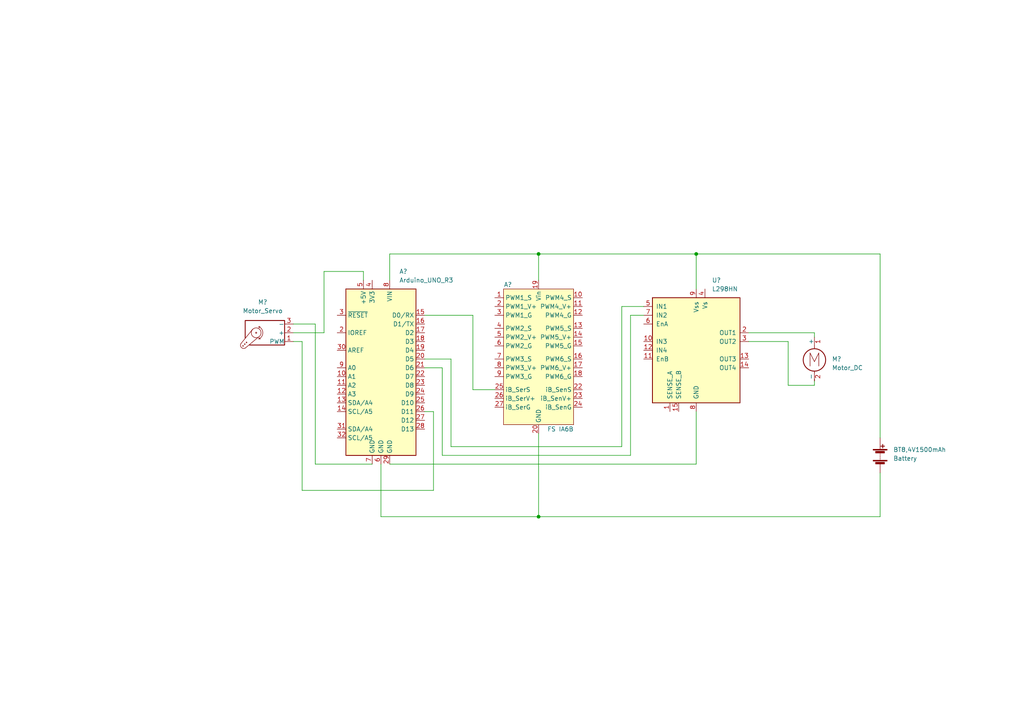
<source format=kicad_sch>
(kicad_sch (version 20211123) (generator eeschema)
  (paper "A4")
  (lib_symbols
    (symbol "Device:Battery" (pin_numbers hide) (pin_names (offset 0) hide)
      (property "Reference" "BT" (at 2.54 2.54 0))
      (property "Value" "Battery" (at 2.54 0 0))
      (symbol "Battery_0_1"
        (rectangle (start -2.032 -1.397) (end 2.032 -1.651) (fill (type outline)))
        (rectangle (start -2.032 1.778) (end 2.032 1.524) (fill (type outline)))
        (rectangle (start -1.3208 -1.9812) (end 1.27 -2.4892) (fill (type outline)))
        (rectangle (start -1.3208 1.1938) (end 1.27 0.6858) (fill (type outline)))
        (polyline (pts (xy 0 -1.524) (xy 0 -1.27)))
        (polyline (pts (xy 0 -1.016) (xy 0 -0.762)))
        (polyline (pts (xy 0 -0.508) (xy 0 -0.254)))
        (polyline (pts (xy 0 0) (xy 0 0.254)))
        (polyline (pts (xy 0 0.508) (xy 0 0.762)))
        (polyline (pts (xy 0 1.778) (xy 0 2.54)))
        (polyline (pts (xy 0.254 2.667) (xy 1.27 2.667)) (stroke (width 0.254)))
        (polyline (pts (xy 0.762 3.175) (xy 0.762 2.159)) (stroke (width 0.254)))
      )
      (symbol "Battery_1_1"
        (pin passive line (at 0 5.08 270) (length 2.54) (name "+") (number "1"))
        (pin passive line (at 0 -5.08 90) (length 2.54) (name "-") (number "2"))
      )
    )
    (symbol "Driver_Motor:L298HN" (pin_names (offset 1.016))
      (property "Reference" "U" (at -10.16 16.51 0))
      (property "Value" "L298HN" (at 12.7 16.51 0))
      (symbol "L298HN_0_1"
        (rectangle (start -12.7 15.24) (end 12.7 -15.24) (stroke (width 0.254)) (fill (type background)))
      )
      (symbol "L298HN_1_1"
        (pin power_in line (at -7.62 -17.78 90) (length 2.54) (name "SENSE_A") (number "1"))
        (pin input line (at -15.24 2.54 0) (length 2.54) (name "IN3") (number "10"))
        (pin input line (at -15.24 -2.54 0) (length 2.54) (name "EnB") (number "11"))
        (pin input line (at -15.24 0 0) (length 2.54) (name "IN4") (number "12"))
        (pin output line (at 15.24 -2.54 180) (length 2.54) (name "OUT3") (number "13"))
        (pin output line (at 15.24 -5.08 180) (length 2.54) (name "OUT4") (number "14"))
        (pin power_in line (at -5.08 -17.78 90) (length 2.54) (name "SENSE_B") (number "15"))
        (pin output line (at 15.24 5.08 180) (length 2.54) (name "OUT1") (number "2"))
        (pin output line (at 15.24 2.54 180) (length 2.54) (name "OUT2") (number "3"))
        (pin power_in line (at 2.54 17.78 270) (length 2.54) (name "Vs") (number "4"))
        (pin input line (at -15.24 12.7 0) (length 2.54) (name "IN1") (number "5"))
        (pin input line (at -15.24 7.62 0) (length 2.54) (name "EnA") (number "6"))
        (pin input line (at -15.24 10.16 0) (length 2.54) (name "IN2") (number "7"))
        (pin power_in line (at 0 -17.78 90) (length 2.54) (name "GND") (number "8"))
        (pin power_in line (at 0 17.78 270) (length 2.54) (name "Vss") (number "9"))
      )
    )
    (symbol "MCU_Module:Arduino_UNO_R3"
      (property "Reference" "A" (at -10.16 23.495 0))
      (property "Value" "Arduino_UNO_R3" (at 5.08 -26.67 0))
      (symbol "Arduino_UNO_R3_0_1"
        (rectangle (start -10.16 22.86) (end 10.16 -25.4) (stroke (width 0.254)) (fill (type background)))
      )
      (symbol "Arduino_UNO_R3_1_1"
        (pin no_connect line (at -10.16 -20.32 0) (length 2.54) hide (name "NC") (number "1"))
        (pin bidirectional line (at 12.7 -2.54 180) (length 2.54) (name "A1") (number "10"))
        (pin bidirectional line (at 12.7 -5.08 180) (length 2.54) (name "A2") (number "11"))
        (pin bidirectional line (at 12.7 -7.62 180) (length 2.54) (name "A3") (number "12"))
        (pin bidirectional line (at 12.7 -10.16 180) (length 2.54) (name "SDA/A4") (number "13"))
        (pin bidirectional line (at 12.7 -12.7 180) (length 2.54) (name "SCL/A5") (number "14"))
        (pin bidirectional line (at -12.7 15.24 0) (length 2.54) (name "D0/RX") (number "15"))
        (pin bidirectional line (at -12.7 12.7 0) (length 2.54) (name "D1/TX") (number "16"))
        (pin bidirectional line (at -12.7 10.16 0) (length 2.54) (name "D2") (number "17"))
        (pin bidirectional line (at -12.7 7.62 0) (length 2.54) (name "D3") (number "18"))
        (pin bidirectional line (at -12.7 5.08 0) (length 2.54) (name "D4") (number "19"))
        (pin output line (at 12.7 10.16 180) (length 2.54) (name "IOREF") (number "2"))
        (pin bidirectional line (at -12.7 2.54 0) (length 2.54) (name "D5") (number "20"))
        (pin bidirectional line (at -12.7 0 0) (length 2.54) (name "D6") (number "21"))
        (pin bidirectional line (at -12.7 -2.54 0) (length 2.54) (name "D7") (number "22"))
        (pin bidirectional line (at -12.7 -5.08 0) (length 2.54) (name "D8") (number "23"))
        (pin bidirectional line (at -12.7 -7.62 0) (length 2.54) (name "D9") (number "24"))
        (pin bidirectional line (at -12.7 -10.16 0) (length 2.54) (name "D10") (number "25"))
        (pin bidirectional line (at -12.7 -12.7 0) (length 2.54) (name "D11") (number "26"))
        (pin bidirectional line (at -12.7 -15.24 0) (length 2.54) (name "D12") (number "27"))
        (pin bidirectional line (at -12.7 -17.78 0) (length 2.54) (name "D13") (number "28"))
        (pin power_in line (at -2.54 -27.94 90) (length 2.54) (name "GND") (number "29"))
        (pin input line (at 12.7 15.24 180) (length 2.54) (name "~{RESET}") (number "3"))
        (pin input line (at 12.7 5.08 180) (length 2.54) (name "AREF") (number "30"))
        (pin bidirectional line (at 12.7 -17.78 180) (length 2.54) (name "SDA/A4") (number "31"))
        (pin bidirectional line (at 12.7 -20.32 180) (length 2.54) (name "SCL/A5") (number "32"))
        (pin power_out line (at 2.54 25.4 270) (length 2.54) (name "3V3") (number "4"))
        (pin power_out line (at 5.08 25.4 270) (length 2.54) (name "+5V") (number "5"))
        (pin power_in line (at 0 -27.94 90) (length 2.54) (name "GND") (number "6"))
        (pin power_in line (at 2.54 -27.94 90) (length 2.54) (name "GND") (number "7"))
        (pin power_in line (at -2.54 25.4 270) (length 2.54) (name "VIN") (number "8"))
        (pin bidirectional line (at 12.7 0 180) (length 2.54) (name "A0") (number "9"))
      )
    )
    (symbol "Motor:Motor_DC" (pin_names (offset 0))
      (property "Reference" "M" (at 2.54 2.54 0))
      (property "Value" "Motor_DC" (at 2.54 -5.08 0))
      (symbol "Motor_DC_0_0"
        (polyline (pts (xy -1.27 -3.302) (xy -1.27 0.508) (xy 0 -2.032) (xy 1.27 0.508) (xy 1.27 -3.302)))
      )
      (symbol "Motor_DC_0_1"
        (circle (center 0 -1.524) (radius 3.2512) (stroke (width 0.254)))
        (polyline (pts (xy 0 -7.62) (xy 0 -7.112)))
        (polyline (pts (xy 0 -4.7752) (xy 0 -5.1816)))
        (polyline (pts (xy 0 1.7272) (xy 0 2.0828)))
        (polyline (pts (xy 0 2.032) (xy 0 2.54)))
      )
      (symbol "Motor_DC_1_1"
        (pin passive line (at 0 5.08 270) (length 2.54) (name "+") (number "1"))
        (pin passive line (at 0 -7.62 90) (length 2.54) (name "-") (number "2"))
      )
    )
    (symbol "Motor:Motor_Servo" (pin_names (offset 0.0254))
      (property "Reference" "M" (at -5.08 4.445 0))
      (property "Value" "Motor_Servo" (at -5.08 -4.064 0))
      (symbol "Motor_Servo_0_1"
        (polyline (pts (xy 2.413 -1.778) (xy 2.032 -1.778)))
        (polyline (pts (xy 2.413 -1.778) (xy 2.286 -1.397)))
        (polyline (pts (xy 2.413 1.778) (xy 1.905 1.778)))
        (polyline (pts (xy 2.413 1.778) (xy 2.286 1.397)))
        (polyline (pts (xy 6.35 4.445) (xy 2.54 1.27)))
        (polyline (pts (xy 7.62 3.175) (xy 4.191 -1.016)))
        (polyline (pts (xy 5.08 3.556) (xy -5.08 3.556) (xy -5.08 -3.556) (xy 6.35 -3.556) (xy 6.35 1.524)) (stroke (width 0.254)))
        (arc (start 2.413 1.778) (mid 1.2406 0) (end 2.413 -1.778))
        (circle (center 3.175 0) (radius 0.1778))
        (circle (center 3.175 0) (radius 1.4224))
        (circle (center 5.969 2.794) (radius 0.127))
        (circle (center 6.477 3.302) (radius 0.127))
        (circle (center 6.985 3.81) (radius 0.127))
        (arc (start 7.62 3.175) (mid 7.4485 4.2735) (end 6.35 4.445))
      )
      (symbol "Motor_Servo_1_1"
        (pin passive line (at -7.62 2.54 0) (length 2.54) (name "PWM") (number "1"))
        (pin passive line (at -7.62 0 0) (length 2.54) (name "+") (number "2"))
        (pin passive line (at -7.62 -2.54 0) (length 2.54) (name "-") (number "3"))
      )
    )
    (symbol "OwnLibrary:FS IA6B"
      (property "Reference" "A?" (at -8.89 20.32 0))
      (property "Value" "FS IA6B" (at 6.35 -21.59 0))
      (symbol "FS IA6B_0_1"
        (rectangle (start -10.16 19.05) (end 10.16 -20.32) (fill (type background)))
      )
      (symbol "FS IA6B_1_1"
        (pin output line (at -12.7 16.51 0) (length 2.54) (name "PWM1_S") (number "1"))
        (pin output line (at 12.7 16.51 180) (length 2.54) (name "PWM4_S") (number "10"))
        (pin output line (at 12.7 13.97 180) (length 2.54) (name "PWM4_V+") (number "11"))
        (pin output line (at 12.7 11.43 180) (length 2.54) (name "PWM4_G") (number "12"))
        (pin output line (at 12.7 7.62 180) (length 2.54) (name "PWM5_S") (number "13"))
        (pin output line (at 12.7 5.08 180) (length 2.54) (name "PWM5_V+") (number "14"))
        (pin output line (at 12.7 2.54 180) (length 2.54) (name "PWM5_G") (number "15"))
        (pin output line (at 12.7 -1.27 180) (length 2.54) (name "PWM6_S") (number "16"))
        (pin output line (at 12.7 -3.81 180) (length 2.54) (name "PWM6_V+") (number "17"))
        (pin output line (at 12.7 -6.35 180) (length 2.54) (name "PWM6_G") (number "18"))
        (pin power_in line (at 0 21.59 270) (length 2.54) (name "Vin") (number "19"))
        (pin output line (at -12.7 13.97 0) (length 2.54) (name "PWM1_V+") (number "2"))
        (pin input line (at 0 -22.86 90) (length 2.54) (name "GND") (number "20"))
        (pin output line (at 12.7 -10.16 180) (length 2.54) (name "iB_SenS") (number "22"))
        (pin output line (at 12.7 -12.7 180) (length 2.54) (name "iB_SenV+") (number "23"))
        (pin output line (at 12.7 -15.24 180) (length 2.54) (name "iB_SenG") (number "24"))
        (pin output line (at -12.7 -10.16 0) (length 2.54) (name "iB_SerS") (number "25"))
        (pin output line (at -12.7 -12.7 0) (length 2.54) (name "iB_SerV+") (number "26"))
        (pin output line (at -12.7 -15.24 0) (length 2.54) (name "iB_SerG") (number "27"))
        (pin output line (at -12.7 11.43 0) (length 2.54) (name "PWM1_G") (number "3"))
        (pin output line (at -12.7 7.62 0) (length 2.54) (name "PWM2_S") (number "4"))
        (pin output line (at -12.7 5.08 0) (length 2.54) (name "PWM2_V+") (number "5"))
        (pin output line (at -12.7 2.54 0) (length 2.54) (name "PWM2_G") (number "6"))
        (pin output line (at -12.7 -1.27 0) (length 2.54) (name "PWM3_S") (number "7"))
        (pin output line (at -12.7 -3.81 0) (length 2.54) (name "PWM3_V+") (number "8"))
        (pin output line (at -12.7 -6.35 0) (length 2.54) (name "PWM3_G") (number "9"))
      )
    )
  )
  (junction (at 156.21 149.86))
  (junction (at 201.93 73.66))
  (junction (at 156.21 73.66))
  (wire (pts (xy 123.19 104.14) (xy 130.81 104.14)))
  (wire (pts (xy 201.93 119.38) (xy 201.93 134.62)))
  (wire (pts (xy 236.22 96.52) (xy 236.22 97.79)))
  (wire (pts (xy 85.09 93.98) (xy 91.44 93.98)))
  (wire (pts (xy 255.27 73.66) (xy 255.27 127)))
  (wire (pts (xy 130.81 104.14) (xy 130.81 129.54)))
  (wire (pts (xy 93.98 78.74) (xy 105.41 78.74)))
  (wire (pts (xy 137.16 91.44) (xy 123.19 91.44)))
  (wire (pts (xy 156.21 149.86) (xy 255.27 149.86)))
  (wire (pts (xy 93.98 96.52) (xy 93.98 78.74)))
  (wire (pts (xy 180.34 88.9) (xy 180.34 129.54)))
  (wire (pts (xy 85.09 96.52) (xy 93.98 96.52)))
  (wire (pts (xy 228.6 99.06) (xy 228.6 111.76)))
  (wire (pts (xy 201.93 73.66) (xy 201.93 83.82)))
  (wire (pts (xy 236.22 111.76) (xy 236.22 110.49)))
  (wire (pts (xy 201.93 73.66) (xy 156.21 73.66)))
  (wire (pts (xy 87.63 99.06) (xy 85.09 99.06)))
  (wire (pts (xy 130.81 129.54) (xy 180.34 129.54)))
  (wire (pts (xy 137.16 113.03) (xy 137.16 91.44)))
  (wire (pts (xy 125.73 142.24) (xy 125.73 119.38)))
  (wire (pts (xy 91.44 134.62) (xy 107.95 134.62)))
  (wire (pts (xy 255.27 73.66) (xy 201.93 73.66)))
  (wire (pts (xy 125.73 119.38) (xy 123.19 119.38)))
  (wire (pts (xy 217.17 99.06) (xy 228.6 99.06)))
  (wire (pts (xy 156.21 73.66) (xy 156.21 81.28)))
  (wire (pts (xy 128.27 106.68) (xy 128.27 132.08)))
  (wire (pts (xy 105.41 78.74) (xy 105.41 81.28)))
  (wire (pts (xy 113.03 73.66) (xy 113.03 81.28)))
  (wire (pts (xy 110.49 149.86) (xy 156.21 149.86)))
  (wire (pts (xy 182.88 132.08) (xy 182.88 91.44)))
  (wire (pts (xy 87.63 99.06) (xy 87.63 142.24)))
  (wire (pts (xy 156.21 73.66) (xy 113.03 73.66)))
  (wire (pts (xy 87.63 142.24) (xy 125.73 142.24)))
  (wire (pts (xy 156.21 125.73) (xy 156.21 149.86)))
  (wire (pts (xy 143.51 113.03) (xy 137.16 113.03)))
  (wire (pts (xy 182.88 91.44) (xy 186.69 91.44)))
  (wire (pts (xy 180.34 88.9) (xy 186.69 88.9)))
  (wire (pts (xy 217.17 96.52) (xy 236.22 96.52)))
  (wire (pts (xy 128.27 132.08) (xy 182.88 132.08)))
  (wire (pts (xy 228.6 111.76) (xy 236.22 111.76)))
  (wire (pts (xy 91.44 93.98) (xy 91.44 134.62)))
  (wire (pts (xy 201.93 134.62) (xy 113.03 134.62)))
  (wire (pts (xy 110.49 149.86) (xy 110.49 134.62)))
  (wire (pts (xy 255.27 149.86) (xy 255.27 137.16)))
  (wire (pts (xy 123.19 106.68) (xy 128.27 106.68)))
  (symbol (lib_id "Motor:Motor_DC") (at 236.22 102.87 0) (unit 1)
    (property "Reference" "M?" (at 241.3 104.1399 0) (effects (justify left)))
    (property "Value" "Motor_DC" (at 241.3 106.6799 0) (effects (justify left)))
  )
  (symbol (lib_id "MCU_Module:Arduino_UNO_R3") (at 110.49 106.68 0) (mirror y) (unit 1)
    (property "Reference" "A?" (at 115.7987 78.74 0) (effects (justify right)))
    (property "Value" "Arduino_UNO_R3" (at 115.7987 81.28 0) (effects (justify right)))
    (property "Footprint" "Module:Arduino_UNO_R3" (effects hide))
    (property "Datasheet" "https://www.arduino.cc/en/Main/arduinoBoardUno" (effects hide))
  )
  (symbol (lib_id "OwnLibrary:FS IA6B") (at 156.21 102.87 0) (unit 1)
    (property "Reference" "A?" (at 147.32 82.55 0))
    (property "Value" "FS IA6B" (at 162.56 124.46 0))
  )
  (symbol (lib_id "Device:Battery") (at 255.27 132.08 0) (unit 1)
    (property "Reference" "BT8,4V1500mAh" (at 259.08 130.4289 0) (effects (justify left)))
    (property "Value" "Battery" (at 259.08 132.9689 0) (effects (justify left)))
  )
  (symbol (lib_id "Driver_Motor:L298HN") (at 201.93 101.6 0) (unit 1)
    (property "Reference" "U?" (at 206.4894 81.28 0) (effects (justify left)))
    (property "Value" "L298HN" (at 206.4894 83.82 0) (effects (justify left)))
    (property "Footprint" "Package_TO_SOT_THT:TO-220-15_P2.54x2.54mm_StaggerOdd_Lead4.58mm_Vertical" (effects hide))
    (property "Datasheet" "http://www.st.com/st-web-ui/static/active/en/resource/technical/document/datasheet/CD00000240.pdf" (effects hide))
  )
  (symbol (lib_id "Motor:Motor_Servo") (at 77.47 96.52 180) (unit 1)
    (property "Reference" "M?" (at 76.2111 87.63 0))
    (property "Value" "Motor_Servo" (at 76.2111 90.17 0))
    (property "Datasheet" "http://forums.parallax.com/uploads/attachments/46831/74481.png" (effects hide))
  )
)
</source>
